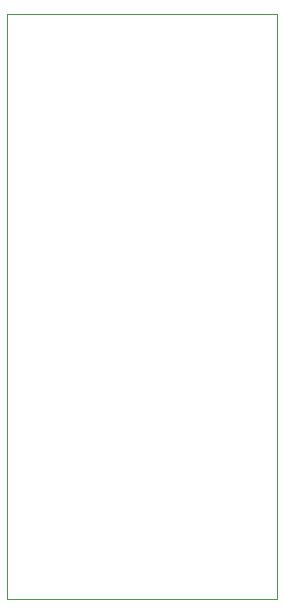
<source format=gbp>
G75*
%MOIN*%
%OFA0B0*%
%FSLAX25Y25*%
%IPPOS*%
%LPD*%
%AMOC8*
5,1,8,0,0,1.08239X$1,22.5*
%
%ADD10C,0.00000*%
D10*
X0001400Y0028010D02*
X0001400Y0223010D01*
X0091400Y0223010D01*
X0091400Y0028010D01*
X0001400Y0028010D01*
M02*

</source>
